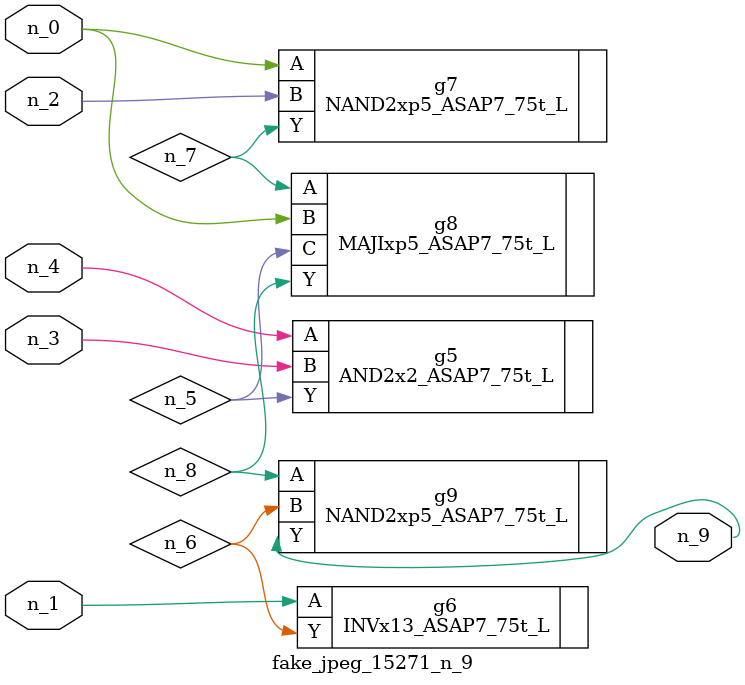
<source format=v>
module fake_jpeg_15271_n_9 (n_3, n_2, n_1, n_0, n_4, n_9);

input n_3;
input n_2;
input n_1;
input n_0;
input n_4;

output n_9;

wire n_8;
wire n_6;
wire n_5;
wire n_7;

AND2x2_ASAP7_75t_L g5 ( 
.A(n_4),
.B(n_3),
.Y(n_5)
);

INVx13_ASAP7_75t_L g6 ( 
.A(n_1),
.Y(n_6)
);

NAND2xp5_ASAP7_75t_L g7 ( 
.A(n_0),
.B(n_2),
.Y(n_7)
);

MAJIxp5_ASAP7_75t_L g8 ( 
.A(n_7),
.B(n_0),
.C(n_5),
.Y(n_8)
);

NAND2xp5_ASAP7_75t_L g9 ( 
.A(n_8),
.B(n_6),
.Y(n_9)
);


endmodule
</source>
